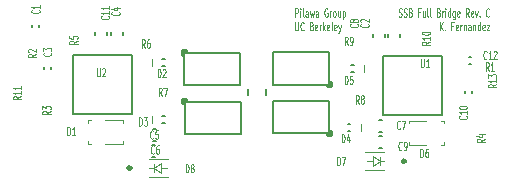
<source format=gbr>
G04 #@! TF.GenerationSoftware,KiCad,Pcbnew,(5.0.0)*
G04 #@! TF.CreationDate,2019-10-07T11:46:54-07:00*
G04 #@! TF.ProjectId,Buffer - Rev C,427566666572202D2052657620432E6B,rev?*
G04 #@! TF.SameCoordinates,Original*
G04 #@! TF.FileFunction,Legend,Top*
G04 #@! TF.FilePolarity,Positive*
%FSLAX46Y46*%
G04 Gerber Fmt 4.6, Leading zero omitted, Abs format (unit mm)*
G04 Created by KiCad (PCBNEW (5.0.0)) date 10/07/19 11:46:54*
%MOMM*%
%LPD*%
G01*
G04 APERTURE LIST*
%ADD10C,0.111125*%
%ADD11C,0.150000*%
%ADD12C,0.120000*%
%ADD13C,0.100000*%
%ADD14C,0.300000*%
G04 APERTURE END LIST*
D10*
X23546064Y14263448D02*
X23546064Y14961948D01*
X23715397Y14961948D01*
X23757731Y14928687D01*
X23778897Y14895425D01*
X23800064Y14828901D01*
X23800064Y14729115D01*
X23778897Y14662591D01*
X23757731Y14629329D01*
X23715397Y14596067D01*
X23546064Y14596067D01*
X23990564Y14263448D02*
X23990564Y14729115D01*
X23990564Y14961948D02*
X23969397Y14928687D01*
X23990564Y14895425D01*
X24011731Y14928687D01*
X23990564Y14961948D01*
X23990564Y14895425D01*
X24265731Y14263448D02*
X24223397Y14296710D01*
X24202231Y14363234D01*
X24202231Y14961948D01*
X24625564Y14263448D02*
X24625564Y14629329D01*
X24604397Y14695853D01*
X24562064Y14729115D01*
X24477397Y14729115D01*
X24435064Y14695853D01*
X24625564Y14296710D02*
X24583231Y14263448D01*
X24477397Y14263448D01*
X24435064Y14296710D01*
X24413897Y14363234D01*
X24413897Y14429758D01*
X24435064Y14496282D01*
X24477397Y14529544D01*
X24583231Y14529544D01*
X24625564Y14562806D01*
X24794897Y14729115D02*
X24879564Y14263448D01*
X24964231Y14596067D01*
X25048897Y14263448D01*
X25133564Y14729115D01*
X25493397Y14263448D02*
X25493397Y14629329D01*
X25472231Y14695853D01*
X25429897Y14729115D01*
X25345231Y14729115D01*
X25302897Y14695853D01*
X25493397Y14296710D02*
X25451064Y14263448D01*
X25345231Y14263448D01*
X25302897Y14296710D01*
X25281731Y14363234D01*
X25281731Y14429758D01*
X25302897Y14496282D01*
X25345231Y14529544D01*
X25451064Y14529544D01*
X25493397Y14562806D01*
X26276564Y14928687D02*
X26234231Y14961948D01*
X26170731Y14961948D01*
X26107231Y14928687D01*
X26064897Y14862163D01*
X26043731Y14795639D01*
X26022564Y14662591D01*
X26022564Y14562806D01*
X26043731Y14429758D01*
X26064897Y14363234D01*
X26107231Y14296710D01*
X26170731Y14263448D01*
X26213064Y14263448D01*
X26276564Y14296710D01*
X26297731Y14329972D01*
X26297731Y14562806D01*
X26213064Y14562806D01*
X26488231Y14263448D02*
X26488231Y14729115D01*
X26488231Y14596067D02*
X26509397Y14662591D01*
X26530564Y14695853D01*
X26572897Y14729115D01*
X26615231Y14729115D01*
X26826897Y14263448D02*
X26784564Y14296710D01*
X26763397Y14329972D01*
X26742231Y14396496D01*
X26742231Y14596067D01*
X26763397Y14662591D01*
X26784564Y14695853D01*
X26826897Y14729115D01*
X26890397Y14729115D01*
X26932731Y14695853D01*
X26953897Y14662591D01*
X26975064Y14596067D01*
X26975064Y14396496D01*
X26953897Y14329972D01*
X26932731Y14296710D01*
X26890397Y14263448D01*
X26826897Y14263448D01*
X27356064Y14729115D02*
X27356064Y14263448D01*
X27165564Y14729115D02*
X27165564Y14363234D01*
X27186731Y14296710D01*
X27229064Y14263448D01*
X27292564Y14263448D01*
X27334897Y14296710D01*
X27356064Y14329972D01*
X27567731Y14729115D02*
X27567731Y14030615D01*
X27567731Y14695853D02*
X27610064Y14729115D01*
X27694731Y14729115D01*
X27737064Y14695853D01*
X27758231Y14662591D01*
X27779397Y14596067D01*
X27779397Y14396496D01*
X27758231Y14329972D01*
X27737064Y14296710D01*
X27694731Y14263448D01*
X27610064Y14263448D01*
X27567731Y14296710D01*
X23546064Y13803073D02*
X23546064Y13237621D01*
X23567231Y13171097D01*
X23588397Y13137835D01*
X23630731Y13104573D01*
X23715397Y13104573D01*
X23757731Y13137835D01*
X23778897Y13171097D01*
X23800064Y13237621D01*
X23800064Y13803073D01*
X24265731Y13171097D02*
X24244564Y13137835D01*
X24181064Y13104573D01*
X24138731Y13104573D01*
X24075231Y13137835D01*
X24032897Y13204359D01*
X24011731Y13270883D01*
X23990564Y13403931D01*
X23990564Y13503716D01*
X24011731Y13636764D01*
X24032897Y13703288D01*
X24075231Y13769812D01*
X24138731Y13803073D01*
X24181064Y13803073D01*
X24244564Y13769812D01*
X24265731Y13736550D01*
X24943064Y13470454D02*
X25006564Y13437192D01*
X25027731Y13403931D01*
X25048897Y13337407D01*
X25048897Y13237621D01*
X25027731Y13171097D01*
X25006564Y13137835D01*
X24964231Y13104573D01*
X24794897Y13104573D01*
X24794897Y13803073D01*
X24943064Y13803073D01*
X24985397Y13769812D01*
X25006564Y13736550D01*
X25027731Y13670026D01*
X25027731Y13603502D01*
X25006564Y13536978D01*
X24985397Y13503716D01*
X24943064Y13470454D01*
X24794897Y13470454D01*
X25408731Y13137835D02*
X25366397Y13104573D01*
X25281731Y13104573D01*
X25239397Y13137835D01*
X25218231Y13204359D01*
X25218231Y13470454D01*
X25239397Y13536978D01*
X25281731Y13570240D01*
X25366397Y13570240D01*
X25408731Y13536978D01*
X25429897Y13470454D01*
X25429897Y13403931D01*
X25218231Y13337407D01*
X25620397Y13104573D02*
X25620397Y13570240D01*
X25620397Y13437192D02*
X25641564Y13503716D01*
X25662731Y13536978D01*
X25705064Y13570240D01*
X25747397Y13570240D01*
X25895564Y13104573D02*
X25895564Y13803073D01*
X25937897Y13370669D02*
X26064897Y13104573D01*
X26064897Y13570240D02*
X25895564Y13304145D01*
X26424731Y13137835D02*
X26382397Y13104573D01*
X26297731Y13104573D01*
X26255397Y13137835D01*
X26234231Y13204359D01*
X26234231Y13470454D01*
X26255397Y13536978D01*
X26297731Y13570240D01*
X26382397Y13570240D01*
X26424731Y13536978D01*
X26445897Y13470454D01*
X26445897Y13403931D01*
X26234231Y13337407D01*
X26699897Y13104573D02*
X26657564Y13137835D01*
X26636397Y13204359D01*
X26636397Y13803073D01*
X27038564Y13137835D02*
X26996231Y13104573D01*
X26911564Y13104573D01*
X26869231Y13137835D01*
X26848064Y13204359D01*
X26848064Y13470454D01*
X26869231Y13536978D01*
X26911564Y13570240D01*
X26996231Y13570240D01*
X27038564Y13536978D01*
X27059731Y13470454D01*
X27059731Y13403931D01*
X26848064Y13337407D01*
X27207897Y13570240D02*
X27313731Y13104573D01*
X27419564Y13570240D02*
X27313731Y13104573D01*
X27271397Y12938264D01*
X27250231Y12905002D01*
X27207897Y12871740D01*
X32312768Y14296710D02*
X32376268Y14263448D01*
X32482102Y14263448D01*
X32524435Y14296710D01*
X32545602Y14329972D01*
X32566768Y14396496D01*
X32566768Y14463020D01*
X32545602Y14529544D01*
X32524435Y14562806D01*
X32482102Y14596067D01*
X32397435Y14629329D01*
X32355102Y14662591D01*
X32333935Y14695853D01*
X32312768Y14762377D01*
X32312768Y14828901D01*
X32333935Y14895425D01*
X32355102Y14928687D01*
X32397435Y14961948D01*
X32503268Y14961948D01*
X32566768Y14928687D01*
X32736102Y14296710D02*
X32799602Y14263448D01*
X32905435Y14263448D01*
X32947768Y14296710D01*
X32968935Y14329972D01*
X32990102Y14396496D01*
X32990102Y14463020D01*
X32968935Y14529544D01*
X32947768Y14562806D01*
X32905435Y14596067D01*
X32820768Y14629329D01*
X32778435Y14662591D01*
X32757268Y14695853D01*
X32736102Y14762377D01*
X32736102Y14828901D01*
X32757268Y14895425D01*
X32778435Y14928687D01*
X32820768Y14961948D01*
X32926602Y14961948D01*
X32990102Y14928687D01*
X33328768Y14629329D02*
X33392268Y14596067D01*
X33413435Y14562806D01*
X33434602Y14496282D01*
X33434602Y14396496D01*
X33413435Y14329972D01*
X33392268Y14296710D01*
X33349935Y14263448D01*
X33180602Y14263448D01*
X33180602Y14961948D01*
X33328768Y14961948D01*
X33371102Y14928687D01*
X33392268Y14895425D01*
X33413435Y14828901D01*
X33413435Y14762377D01*
X33392268Y14695853D01*
X33371102Y14662591D01*
X33328768Y14629329D01*
X33180602Y14629329D01*
X34111935Y14629329D02*
X33963768Y14629329D01*
X33963768Y14263448D02*
X33963768Y14961948D01*
X34175435Y14961948D01*
X34535268Y14729115D02*
X34535268Y14263448D01*
X34344768Y14729115D02*
X34344768Y14363234D01*
X34365935Y14296710D01*
X34408268Y14263448D01*
X34471768Y14263448D01*
X34514102Y14296710D01*
X34535268Y14329972D01*
X34810435Y14263448D02*
X34768102Y14296710D01*
X34746935Y14363234D01*
X34746935Y14961948D01*
X35043268Y14263448D02*
X35000935Y14296710D01*
X34979768Y14363234D01*
X34979768Y14961948D01*
X35699435Y14629329D02*
X35762935Y14596067D01*
X35784102Y14562806D01*
X35805268Y14496282D01*
X35805268Y14396496D01*
X35784102Y14329972D01*
X35762935Y14296710D01*
X35720602Y14263448D01*
X35551268Y14263448D01*
X35551268Y14961948D01*
X35699435Y14961948D01*
X35741768Y14928687D01*
X35762935Y14895425D01*
X35784102Y14828901D01*
X35784102Y14762377D01*
X35762935Y14695853D01*
X35741768Y14662591D01*
X35699435Y14629329D01*
X35551268Y14629329D01*
X35995768Y14263448D02*
X35995768Y14729115D01*
X35995768Y14596067D02*
X36016935Y14662591D01*
X36038102Y14695853D01*
X36080435Y14729115D01*
X36122768Y14729115D01*
X36270935Y14263448D02*
X36270935Y14729115D01*
X36270935Y14961948D02*
X36249768Y14928687D01*
X36270935Y14895425D01*
X36292102Y14928687D01*
X36270935Y14961948D01*
X36270935Y14895425D01*
X36673102Y14263448D02*
X36673102Y14961948D01*
X36673102Y14296710D02*
X36630768Y14263448D01*
X36546102Y14263448D01*
X36503768Y14296710D01*
X36482602Y14329972D01*
X36461435Y14396496D01*
X36461435Y14596067D01*
X36482602Y14662591D01*
X36503768Y14695853D01*
X36546102Y14729115D01*
X36630768Y14729115D01*
X36673102Y14695853D01*
X37075268Y14729115D02*
X37075268Y14163663D01*
X37054102Y14097139D01*
X37032935Y14063877D01*
X36990602Y14030615D01*
X36927102Y14030615D01*
X36884768Y14063877D01*
X37075268Y14296710D02*
X37032935Y14263448D01*
X36948268Y14263448D01*
X36905935Y14296710D01*
X36884768Y14329972D01*
X36863602Y14396496D01*
X36863602Y14596067D01*
X36884768Y14662591D01*
X36905935Y14695853D01*
X36948268Y14729115D01*
X37032935Y14729115D01*
X37075268Y14695853D01*
X37456268Y14296710D02*
X37413935Y14263448D01*
X37329268Y14263448D01*
X37286935Y14296710D01*
X37265768Y14363234D01*
X37265768Y14629329D01*
X37286935Y14695853D01*
X37329268Y14729115D01*
X37413935Y14729115D01*
X37456268Y14695853D01*
X37477435Y14629329D01*
X37477435Y14562806D01*
X37265768Y14496282D01*
X38260602Y14263448D02*
X38112435Y14596067D01*
X38006602Y14263448D02*
X38006602Y14961948D01*
X38175935Y14961948D01*
X38218268Y14928687D01*
X38239435Y14895425D01*
X38260602Y14828901D01*
X38260602Y14729115D01*
X38239435Y14662591D01*
X38218268Y14629329D01*
X38175935Y14596067D01*
X38006602Y14596067D01*
X38620435Y14296710D02*
X38578102Y14263448D01*
X38493435Y14263448D01*
X38451102Y14296710D01*
X38429935Y14363234D01*
X38429935Y14629329D01*
X38451102Y14695853D01*
X38493435Y14729115D01*
X38578102Y14729115D01*
X38620435Y14695853D01*
X38641602Y14629329D01*
X38641602Y14562806D01*
X38429935Y14496282D01*
X38789768Y14729115D02*
X38895602Y14263448D01*
X39001435Y14729115D01*
X39170768Y14329972D02*
X39191935Y14296710D01*
X39170768Y14263448D01*
X39149602Y14296710D01*
X39170768Y14329972D01*
X39170768Y14263448D01*
X39975102Y14329972D02*
X39953935Y14296710D01*
X39890435Y14263448D01*
X39848102Y14263448D01*
X39784602Y14296710D01*
X39742268Y14363234D01*
X39721102Y14429758D01*
X39699935Y14562806D01*
X39699935Y14662591D01*
X39721102Y14795639D01*
X39742268Y14862163D01*
X39784602Y14928687D01*
X39848102Y14961948D01*
X39890435Y14961948D01*
X39953935Y14928687D01*
X39975102Y14895425D01*
X35784102Y13104573D02*
X35784102Y13803073D01*
X36038102Y13104573D02*
X35847602Y13503716D01*
X36038102Y13803073D02*
X35784102Y13403931D01*
X36228602Y13171097D02*
X36249768Y13137835D01*
X36228602Y13104573D01*
X36207435Y13137835D01*
X36228602Y13171097D01*
X36228602Y13104573D01*
X36927102Y13470454D02*
X36778935Y13470454D01*
X36778935Y13104573D02*
X36778935Y13803073D01*
X36990602Y13803073D01*
X37329268Y13137835D02*
X37286935Y13104573D01*
X37202268Y13104573D01*
X37159935Y13137835D01*
X37138768Y13204359D01*
X37138768Y13470454D01*
X37159935Y13536978D01*
X37202268Y13570240D01*
X37286935Y13570240D01*
X37329268Y13536978D01*
X37350435Y13470454D01*
X37350435Y13403931D01*
X37138768Y13337407D01*
X37540935Y13104573D02*
X37540935Y13570240D01*
X37540935Y13437192D02*
X37562102Y13503716D01*
X37583268Y13536978D01*
X37625602Y13570240D01*
X37667935Y13570240D01*
X37816102Y13570240D02*
X37816102Y13104573D01*
X37816102Y13503716D02*
X37837268Y13536978D01*
X37879602Y13570240D01*
X37943102Y13570240D01*
X37985435Y13536978D01*
X38006602Y13470454D01*
X38006602Y13104573D01*
X38408768Y13104573D02*
X38408768Y13470454D01*
X38387602Y13536978D01*
X38345268Y13570240D01*
X38260602Y13570240D01*
X38218268Y13536978D01*
X38408768Y13137835D02*
X38366435Y13104573D01*
X38260602Y13104573D01*
X38218268Y13137835D01*
X38197102Y13204359D01*
X38197102Y13270883D01*
X38218268Y13337407D01*
X38260602Y13370669D01*
X38366435Y13370669D01*
X38408768Y13403931D01*
X38620435Y13570240D02*
X38620435Y13104573D01*
X38620435Y13503716D02*
X38641602Y13536978D01*
X38683935Y13570240D01*
X38747435Y13570240D01*
X38789768Y13536978D01*
X38810935Y13470454D01*
X38810935Y13104573D01*
X39213102Y13104573D02*
X39213102Y13803073D01*
X39213102Y13137835D02*
X39170768Y13104573D01*
X39086102Y13104573D01*
X39043768Y13137835D01*
X39022602Y13171097D01*
X39001435Y13237621D01*
X39001435Y13437192D01*
X39022602Y13503716D01*
X39043768Y13536978D01*
X39086102Y13570240D01*
X39170768Y13570240D01*
X39213102Y13536978D01*
X39594102Y13137835D02*
X39551768Y13104573D01*
X39467102Y13104573D01*
X39424768Y13137835D01*
X39403602Y13204359D01*
X39403602Y13470454D01*
X39424768Y13536978D01*
X39467102Y13570240D01*
X39551768Y13570240D01*
X39594102Y13536978D01*
X39615268Y13470454D01*
X39615268Y13403931D01*
X39403602Y13337407D01*
X39763435Y13570240D02*
X39996268Y13570240D01*
X39763435Y13104573D01*
X39996268Y13104573D01*
D11*
G04 #@! TO.C,U2*
X9729000Y11000000D02*
X9729000Y6000000D01*
X4729000Y11000000D02*
X4729000Y6000000D01*
X9729000Y11000000D02*
X4729000Y11000000D01*
X9729000Y6000000D02*
X4729000Y6000000D01*
G04 #@! TO.C,C8*
X31201185Y12768941D02*
X31201185Y12514941D01*
X30185185Y12768941D02*
X30185185Y12514941D01*
G04 #@! TO.C,C4*
X9017000Y12954000D02*
X9017000Y12700000D01*
X8001000Y12954000D02*
X8001000Y12700000D01*
G04 #@! TO.C,C2*
X32471185Y12768941D02*
X32471185Y12514941D01*
X31455185Y12768941D02*
X31455185Y12514941D01*
G04 #@! TO.C,C11*
X7620000Y12954000D02*
X7620000Y12700000D01*
X6604000Y12954000D02*
X6604000Y12700000D01*
G04 #@! TO.C,0.47uF1*
X19545300Y7632700D02*
X19545300Y8140700D01*
X21069300Y7632700D02*
X21069300Y8140700D01*
D12*
G04 #@! TO.C,D8*
X11176000Y2222500D02*
X12827000Y2222500D01*
X11176000Y698500D02*
X12827000Y698500D01*
D13*
X11188000Y1460500D02*
X11588000Y1460500D01*
X11588000Y1460500D02*
X11588000Y1810500D01*
X11588000Y1460500D02*
X11588000Y1110500D01*
X11588000Y1460500D02*
X12188000Y1860500D01*
X12188000Y1860500D02*
X12188000Y1060500D01*
X12188000Y1060500D02*
X11588000Y1460500D01*
X12188000Y1460500D02*
X12688000Y1460500D01*
D14*
X9652000Y1460500D02*
G75*
G03X9652000Y1460500I-127000J0D01*
G01*
D12*
G04 #@! TO.C,D7*
X31115000Y1270000D02*
X29464000Y1270000D01*
X31115000Y2794000D02*
X29464000Y2794000D01*
D13*
X31103000Y2032000D02*
X30703000Y2032000D01*
X30703000Y2032000D02*
X30703000Y1682000D01*
X30703000Y2032000D02*
X30703000Y2382000D01*
X30703000Y2032000D02*
X30103000Y1632000D01*
X30103000Y1632000D02*
X30103000Y2432000D01*
X30103000Y2432000D02*
X30703000Y2032000D01*
X30103000Y2032000D02*
X29603000Y2032000D01*
D14*
X32893000Y2032000D02*
G75*
G03X32893000Y2032000I-127000J0D01*
G01*
D11*
G04 #@! TO.C,U1*
X30975300Y5918200D02*
X30975300Y10918200D01*
X35975300Y5918200D02*
X35975300Y10918200D01*
X30975300Y5918200D02*
X35975300Y5918200D01*
X30975300Y10918200D02*
X35975300Y10918200D01*
G04 #@! TO.C,C1*
X1900000Y13600000D02*
X1900000Y13400000D01*
X1300000Y13600000D02*
X1300000Y13400000D01*
G04 #@! TO.C,C3*
X2300000Y10006000D02*
X2300000Y9806000D01*
X2900000Y10006000D02*
X2900000Y9806000D01*
G04 #@! TO.C,C5*
X11482561Y4767246D02*
X11736561Y4767246D01*
X11482561Y3751246D02*
X11736561Y3751246D01*
G04 #@! TO.C,C6*
X11468693Y3429000D02*
X11722693Y3429000D01*
X11468693Y2413000D02*
X11722693Y2413000D01*
G04 #@! TO.C,C7*
X30911800Y4470400D02*
X30657800Y4470400D01*
X30911800Y5486400D02*
X30657800Y5486400D01*
G04 #@! TO.C,C9*
X30911800Y3124200D02*
X30657800Y3124200D01*
X30911800Y4140200D02*
X30657800Y4140200D01*
G04 #@! TO.C,C10*
X37927000Y7774000D02*
X37927000Y7974000D01*
X38527000Y7774000D02*
X38527000Y7974000D01*
G04 #@! TO.C,C12*
X38254000Y10841000D02*
X38454000Y10841000D01*
X38254000Y10241000D02*
X38454000Y10241000D01*
G04 #@! TO.C,D2*
X12300000Y10700000D02*
X12500000Y10700000D01*
X12300000Y10100000D02*
X12500000Y10100000D01*
D12*
X11400000Y10700000D02*
X11400000Y10100000D01*
D11*
G04 #@! TO.C,D3*
X12300000Y5827000D02*
X12500000Y5827000D01*
X12300000Y5227000D02*
X12500000Y5227000D01*
D12*
X11400000Y5827000D02*
X11400000Y5227000D01*
D11*
G04 #@! TO.C,D4*
X28200000Y4600000D02*
X28000000Y4600000D01*
X28200000Y5200000D02*
X28000000Y5200000D01*
D12*
X29100000Y4600000D02*
X29100000Y5200000D01*
D11*
G04 #@! TO.C,D5*
X28500000Y9600000D02*
X28300000Y9600000D01*
X28500000Y10200000D02*
X28300000Y10200000D01*
D12*
X29400000Y9600000D02*
X29400000Y10200000D01*
D11*
G04 #@! TO.C,Q1*
X14186193Y4325042D02*
X14186193Y7075042D01*
X14186193Y7075042D02*
X18936193Y7075042D01*
X18936193Y4325042D02*
X14186193Y4325042D01*
X18936193Y7075042D02*
X18936193Y4325042D01*
X14186193Y6925042D02*
X14186193Y7150042D01*
X14036193Y6925042D02*
X14186193Y6925042D01*
D14*
X14036193Y7225042D02*
X14036193Y6925042D01*
X14336193Y7225042D02*
X14036193Y7225042D01*
D11*
X14336193Y7075042D02*
X14336193Y7225042D01*
X14186193Y7075042D02*
X14336193Y7075042D01*
X14036193Y6850042D02*
X14161193Y6850042D01*
X14411193Y7225042D02*
X14411193Y7100042D01*
G04 #@! TO.C,Q2*
X14173493Y8447342D02*
X14173493Y11197342D01*
X14173493Y11197342D02*
X18923493Y11197342D01*
X18923493Y8447342D02*
X14173493Y8447342D01*
X18923493Y11197342D02*
X18923493Y8447342D01*
X14173493Y11047342D02*
X14173493Y11272342D01*
X14023493Y11047342D02*
X14173493Y11047342D01*
D14*
X14023493Y11347342D02*
X14023493Y11047342D01*
X14323493Y11347342D02*
X14023493Y11347342D01*
D11*
X14323493Y11197342D02*
X14323493Y11347342D01*
X14173493Y11197342D02*
X14323493Y11197342D01*
X14023493Y10972342D02*
X14148493Y10972342D01*
X14398493Y11347342D02*
X14398493Y11222342D01*
G04 #@! TO.C,Q3*
X26454200Y7138542D02*
X26454200Y4388542D01*
X26454200Y4388542D02*
X21704200Y4388542D01*
X21704200Y7138542D02*
X26454200Y7138542D01*
X21704200Y4388542D02*
X21704200Y7138542D01*
X26454200Y4538542D02*
X26454200Y4313542D01*
X26604200Y4538542D02*
X26454200Y4538542D01*
D14*
X26604200Y4238542D02*
X26604200Y4538542D01*
X26304200Y4238542D02*
X26604200Y4238542D01*
D11*
X26304200Y4388542D02*
X26304200Y4238542D01*
X26454200Y4388542D02*
X26304200Y4388542D01*
X26604200Y4613542D02*
X26479200Y4613542D01*
X26229200Y4238542D02*
X26229200Y4363542D01*
G04 #@! TO.C,Q4*
X26442793Y11260842D02*
X26442793Y8510842D01*
X26442793Y8510842D02*
X21692793Y8510842D01*
X21692793Y11260842D02*
X26442793Y11260842D01*
X21692793Y8510842D02*
X21692793Y11260842D01*
X26442793Y8660842D02*
X26442793Y8435842D01*
X26592793Y8660842D02*
X26442793Y8660842D01*
D14*
X26592793Y8360842D02*
X26592793Y8660842D01*
X26292793Y8360842D02*
X26592793Y8360842D01*
D11*
X26292793Y8510842D02*
X26292793Y8360842D01*
X26442793Y8510842D02*
X26292793Y8510842D01*
X26592793Y8735842D02*
X26467793Y8735842D01*
X26217793Y8360842D02*
X26217793Y8485842D01*
D13*
G04 #@! TO.C,D1*
X8693000Y5508500D02*
X7493000Y5508500D01*
X8693000Y3508500D02*
X7493000Y3508500D01*
X8993000Y5308500D02*
X8993000Y5508500D01*
X8993000Y5508500D02*
X8693000Y5508500D01*
X5993000Y5308500D02*
X5993000Y5508500D01*
X5993000Y5508500D02*
X6293000Y5508500D01*
X6293000Y3508500D02*
X5993000Y3508500D01*
X5993000Y3508500D02*
X5993000Y3708500D01*
X8993000Y3708500D02*
X8993000Y3508500D01*
X8993000Y3508500D02*
X8693000Y3508500D01*
G04 #@! TO.C,D6*
X33471000Y3445000D02*
X34671000Y3445000D01*
X33471000Y5445000D02*
X34671000Y5445000D01*
X33171000Y3645000D02*
X33171000Y3445000D01*
X33171000Y3445000D02*
X33471000Y3445000D01*
X36171000Y3645000D02*
X36171000Y3445000D01*
X36171000Y3445000D02*
X35871000Y3445000D01*
X35871000Y5445000D02*
X36171000Y5445000D01*
X36171000Y5445000D02*
X36171000Y5245000D01*
X33171000Y5245000D02*
X33171000Y5445000D01*
X33171000Y5445000D02*
X33471000Y5445000D01*
G04 #@! TO.C,U2*
D10*
X6773333Y9907511D02*
X6773333Y9342059D01*
X6794500Y9275535D01*
X6815666Y9242273D01*
X6858000Y9209011D01*
X6942666Y9209011D01*
X6985000Y9242273D01*
X7006166Y9275535D01*
X7027333Y9342059D01*
X7027333Y9907511D01*
X7217833Y9840988D02*
X7239000Y9874250D01*
X7281333Y9907511D01*
X7387166Y9907511D01*
X7429500Y9874250D01*
X7450666Y9840988D01*
X7471833Y9774464D01*
X7471833Y9707940D01*
X7450666Y9608154D01*
X7196666Y9209011D01*
X7471833Y9209011D01*
G04 #@! TO.C,C8*
X28824464Y13641916D02*
X28857726Y13620750D01*
X28890988Y13557250D01*
X28890988Y13514916D01*
X28857726Y13451416D01*
X28791202Y13409083D01*
X28724678Y13387916D01*
X28591630Y13366750D01*
X28491845Y13366750D01*
X28358797Y13387916D01*
X28292273Y13409083D01*
X28225750Y13451416D01*
X28192488Y13514916D01*
X28192488Y13557250D01*
X28225750Y13620750D01*
X28259011Y13641916D01*
X28491845Y13895916D02*
X28458583Y13853583D01*
X28425321Y13832416D01*
X28358797Y13811250D01*
X28325535Y13811250D01*
X28259011Y13832416D01*
X28225750Y13853583D01*
X28192488Y13895916D01*
X28192488Y13980583D01*
X28225750Y14022916D01*
X28259011Y14044083D01*
X28325535Y14065250D01*
X28358797Y14065250D01*
X28425321Y14044083D01*
X28458583Y14022916D01*
X28491845Y13980583D01*
X28491845Y13895916D01*
X28525107Y13853583D01*
X28558369Y13832416D01*
X28624892Y13811250D01*
X28757940Y13811250D01*
X28824464Y13832416D01*
X28857726Y13853583D01*
X28890988Y13895916D01*
X28890988Y13980583D01*
X28857726Y14022916D01*
X28824464Y14044083D01*
X28757940Y14065250D01*
X28624892Y14065250D01*
X28558369Y14044083D01*
X28525107Y14022916D01*
X28491845Y13980583D01*
G04 #@! TO.C,C4*
X8631464Y14657916D02*
X8664726Y14636750D01*
X8697988Y14573250D01*
X8697988Y14530916D01*
X8664726Y14467416D01*
X8598202Y14425083D01*
X8531678Y14403916D01*
X8398630Y14382750D01*
X8298845Y14382750D01*
X8165797Y14403916D01*
X8099273Y14425083D01*
X8032750Y14467416D01*
X7999488Y14530916D01*
X7999488Y14573250D01*
X8032750Y14636750D01*
X8066011Y14657916D01*
X8232321Y15038916D02*
X8697988Y15038916D01*
X7966226Y14933083D02*
X8465154Y14827250D01*
X8465154Y15102416D01*
G04 #@! TO.C,C2*
X29713464Y13641916D02*
X29746726Y13620750D01*
X29779988Y13557250D01*
X29779988Y13514916D01*
X29746726Y13451416D01*
X29680202Y13409083D01*
X29613678Y13387916D01*
X29480630Y13366750D01*
X29380845Y13366750D01*
X29247797Y13387916D01*
X29181273Y13409083D01*
X29114750Y13451416D01*
X29081488Y13514916D01*
X29081488Y13557250D01*
X29114750Y13620750D01*
X29148011Y13641916D01*
X29148011Y13811250D02*
X29114750Y13832416D01*
X29081488Y13874750D01*
X29081488Y13980583D01*
X29114750Y14022916D01*
X29148011Y14044083D01*
X29214535Y14065250D01*
X29281059Y14065250D01*
X29380845Y14044083D01*
X29779988Y13790083D01*
X29779988Y14065250D01*
G04 #@! TO.C,C11*
X7742464Y14319250D02*
X7775726Y14298083D01*
X7808988Y14234583D01*
X7808988Y14192250D01*
X7775726Y14128750D01*
X7709202Y14086416D01*
X7642678Y14065250D01*
X7509630Y14044083D01*
X7409845Y14044083D01*
X7276797Y14065250D01*
X7210273Y14086416D01*
X7143750Y14128750D01*
X7110488Y14192250D01*
X7110488Y14234583D01*
X7143750Y14298083D01*
X7177011Y14319250D01*
X7808988Y14742583D02*
X7808988Y14488583D01*
X7808988Y14615583D02*
X7110488Y14615583D01*
X7210273Y14573250D01*
X7276797Y14530916D01*
X7310059Y14488583D01*
X7808988Y15165916D02*
X7808988Y14911916D01*
X7808988Y15038916D02*
X7110488Y15038916D01*
X7210273Y14996583D01*
X7276797Y14954250D01*
X7310059Y14911916D01*
G04 #@! TO.C,R11*
X345988Y7514250D02*
X13369Y7366083D01*
X345988Y7260250D02*
X-352511Y7260250D01*
X-352511Y7429583D01*
X-319250Y7471916D01*
X-285988Y7493083D01*
X-219464Y7514250D01*
X-119678Y7514250D01*
X-53154Y7493083D01*
X-19892Y7471916D01*
X13369Y7429583D01*
X13369Y7260250D01*
X345988Y7937583D02*
X345988Y7683583D01*
X345988Y7810583D02*
X-352511Y7810583D01*
X-252726Y7768250D01*
X-186202Y7725916D01*
X-152940Y7683583D01*
X345988Y8360916D02*
X345988Y8106916D01*
X345988Y8233916D02*
X-352511Y8233916D01*
X-252726Y8191583D01*
X-186202Y8149250D01*
X-152940Y8106916D01*
G04 #@! TO.C,R4*
X39609788Y3913716D02*
X39277169Y3765550D01*
X39609788Y3659716D02*
X38911288Y3659716D01*
X38911288Y3829050D01*
X38944550Y3871383D01*
X38977811Y3892550D01*
X39044335Y3913716D01*
X39144121Y3913716D01*
X39210645Y3892550D01*
X39243907Y3871383D01*
X39277169Y3829050D01*
X39277169Y3659716D01*
X39144121Y4294716D02*
X39609788Y4294716D01*
X38878026Y4188883D02*
X39376954Y4083050D01*
X39376954Y4358216D01*
G04 #@! TO.C,D8*
X14276916Y1081011D02*
X14276916Y1779511D01*
X14382750Y1779511D01*
X14446250Y1746250D01*
X14488583Y1679726D01*
X14509750Y1613202D01*
X14530916Y1480154D01*
X14530916Y1380369D01*
X14509750Y1247321D01*
X14488583Y1180797D01*
X14446250Y1114273D01*
X14382750Y1081011D01*
X14276916Y1081011D01*
X14784916Y1480154D02*
X14742583Y1513416D01*
X14721416Y1546678D01*
X14700250Y1613202D01*
X14700250Y1646464D01*
X14721416Y1712988D01*
X14742583Y1746250D01*
X14784916Y1779511D01*
X14869583Y1779511D01*
X14911916Y1746250D01*
X14933083Y1712988D01*
X14954250Y1646464D01*
X14954250Y1613202D01*
X14933083Y1546678D01*
X14911916Y1513416D01*
X14869583Y1480154D01*
X14784916Y1480154D01*
X14742583Y1446892D01*
X14721416Y1413630D01*
X14700250Y1347107D01*
X14700250Y1214059D01*
X14721416Y1147535D01*
X14742583Y1114273D01*
X14784916Y1081011D01*
X14869583Y1081011D01*
X14911916Y1114273D01*
X14933083Y1147535D01*
X14954250Y1214059D01*
X14954250Y1347107D01*
X14933083Y1413630D01*
X14911916Y1446892D01*
X14869583Y1480154D01*
G04 #@! TO.C,D7*
X27103916Y1716011D02*
X27103916Y2414511D01*
X27209750Y2414511D01*
X27273250Y2381250D01*
X27315583Y2314726D01*
X27336750Y2248202D01*
X27357916Y2115154D01*
X27357916Y2015369D01*
X27336750Y1882321D01*
X27315583Y1815797D01*
X27273250Y1749273D01*
X27209750Y1716011D01*
X27103916Y1716011D01*
X27506083Y2414511D02*
X27802416Y2414511D01*
X27611916Y1716011D01*
G04 #@! TO.C,U1*
X34205333Y10694911D02*
X34205333Y10129459D01*
X34226500Y10062935D01*
X34247666Y10029673D01*
X34290000Y9996411D01*
X34374666Y9996411D01*
X34417000Y10029673D01*
X34438166Y10062935D01*
X34459333Y10129459D01*
X34459333Y10694911D01*
X34903833Y9996411D02*
X34649833Y9996411D01*
X34776833Y9996411D02*
X34776833Y10694911D01*
X34734500Y10595126D01*
X34692166Y10528602D01*
X34649833Y10495340D01*
G04 #@! TO.C,C1*
X1849464Y14822916D02*
X1882726Y14801750D01*
X1915988Y14738250D01*
X1915988Y14695916D01*
X1882726Y14632416D01*
X1816202Y14590083D01*
X1749678Y14568916D01*
X1616630Y14547750D01*
X1516845Y14547750D01*
X1383797Y14568916D01*
X1317273Y14590083D01*
X1250750Y14632416D01*
X1217488Y14695916D01*
X1217488Y14738250D01*
X1250750Y14801750D01*
X1284011Y14822916D01*
X1915988Y15246250D02*
X1915988Y14992250D01*
X1915988Y15119250D02*
X1217488Y15119250D01*
X1317273Y15076916D01*
X1383797Y15034583D01*
X1417059Y14992250D01*
G04 #@! TO.C,C3*
X2849464Y11228916D02*
X2882726Y11207750D01*
X2915988Y11144250D01*
X2915988Y11101916D01*
X2882726Y11038416D01*
X2816202Y10996083D01*
X2749678Y10974916D01*
X2616630Y10953750D01*
X2516845Y10953750D01*
X2383797Y10974916D01*
X2317273Y10996083D01*
X2250750Y11038416D01*
X2217488Y11101916D01*
X2217488Y11144250D01*
X2250750Y11207750D01*
X2284011Y11228916D01*
X2217488Y11377083D02*
X2217488Y11652250D01*
X2483583Y11504083D01*
X2483583Y11567583D01*
X2516845Y11609916D01*
X2550107Y11631083D01*
X2616630Y11652250D01*
X2782940Y11652250D01*
X2849464Y11631083D01*
X2882726Y11609916D01*
X2915988Y11567583D01*
X2915988Y11440583D01*
X2882726Y11398250D01*
X2849464Y11377083D01*
G04 #@! TO.C,C5*
X11546416Y4005035D02*
X11525250Y3971773D01*
X11461750Y3938511D01*
X11419416Y3938511D01*
X11355916Y3971773D01*
X11313583Y4038297D01*
X11292416Y4104821D01*
X11271250Y4237869D01*
X11271250Y4337654D01*
X11292416Y4470702D01*
X11313583Y4537226D01*
X11355916Y4603750D01*
X11419416Y4637011D01*
X11461750Y4637011D01*
X11525250Y4603750D01*
X11546416Y4570488D01*
X11948583Y4637011D02*
X11736916Y4637011D01*
X11715750Y4304392D01*
X11736916Y4337654D01*
X11779250Y4370916D01*
X11885083Y4370916D01*
X11927416Y4337654D01*
X11948583Y4304392D01*
X11969750Y4237869D01*
X11969750Y4071559D01*
X11948583Y4005035D01*
X11927416Y3971773D01*
X11885083Y3938511D01*
X11779250Y3938511D01*
X11736916Y3971773D01*
X11715750Y4005035D01*
G04 #@! TO.C,C6*
X11609916Y2735035D02*
X11588750Y2701773D01*
X11525250Y2668511D01*
X11482916Y2668511D01*
X11419416Y2701773D01*
X11377083Y2768297D01*
X11355916Y2834821D01*
X11334750Y2967869D01*
X11334750Y3067654D01*
X11355916Y3200702D01*
X11377083Y3267226D01*
X11419416Y3333750D01*
X11482916Y3367011D01*
X11525250Y3367011D01*
X11588750Y3333750D01*
X11609916Y3300488D01*
X11990916Y3367011D02*
X11906250Y3367011D01*
X11863916Y3333750D01*
X11842750Y3300488D01*
X11800416Y3200702D01*
X11779250Y3067654D01*
X11779250Y2801559D01*
X11800416Y2735035D01*
X11821583Y2701773D01*
X11863916Y2668511D01*
X11948583Y2668511D01*
X11990916Y2701773D01*
X12012083Y2735035D01*
X12033250Y2801559D01*
X12033250Y2967869D01*
X12012083Y3034392D01*
X11990916Y3067654D01*
X11948583Y3100916D01*
X11863916Y3100916D01*
X11821583Y3067654D01*
X11800416Y3034392D01*
X11779250Y2967869D01*
G04 #@! TO.C,C7*
X32437916Y4830535D02*
X32416750Y4797273D01*
X32353250Y4764011D01*
X32310916Y4764011D01*
X32247416Y4797273D01*
X32205083Y4863797D01*
X32183916Y4930321D01*
X32162750Y5063369D01*
X32162750Y5163154D01*
X32183916Y5296202D01*
X32205083Y5362726D01*
X32247416Y5429250D01*
X32310916Y5462511D01*
X32353250Y5462511D01*
X32416750Y5429250D01*
X32437916Y5395988D01*
X32586083Y5462511D02*
X32882416Y5462511D01*
X32691916Y4764011D01*
G04 #@! TO.C,C9*
X32564916Y3052535D02*
X32543750Y3019273D01*
X32480250Y2986011D01*
X32437916Y2986011D01*
X32374416Y3019273D01*
X32332083Y3085797D01*
X32310916Y3152321D01*
X32289750Y3285369D01*
X32289750Y3385154D01*
X32310916Y3518202D01*
X32332083Y3584726D01*
X32374416Y3651250D01*
X32437916Y3684511D01*
X32480250Y3684511D01*
X32543750Y3651250D01*
X32564916Y3617988D01*
X32776583Y2986011D02*
X32861250Y2986011D01*
X32903583Y3019273D01*
X32924750Y3052535D01*
X32967083Y3152321D01*
X32988250Y3285369D01*
X32988250Y3551464D01*
X32967083Y3617988D01*
X32945916Y3651250D01*
X32903583Y3684511D01*
X32818916Y3684511D01*
X32776583Y3651250D01*
X32755416Y3617988D01*
X32734250Y3551464D01*
X32734250Y3385154D01*
X32755416Y3318630D01*
X32776583Y3285369D01*
X32818916Y3252107D01*
X32903583Y3252107D01*
X32945916Y3285369D01*
X32967083Y3318630D01*
X32988250Y3385154D01*
G04 #@! TO.C,C10*
X38044664Y5861050D02*
X38077926Y5839883D01*
X38111188Y5776383D01*
X38111188Y5734050D01*
X38077926Y5670550D01*
X38011402Y5628216D01*
X37944878Y5607050D01*
X37811830Y5585883D01*
X37712045Y5585883D01*
X37578997Y5607050D01*
X37512473Y5628216D01*
X37445950Y5670550D01*
X37412688Y5734050D01*
X37412688Y5776383D01*
X37445950Y5839883D01*
X37479211Y5861050D01*
X38111188Y6284383D02*
X38111188Y6030383D01*
X38111188Y6157383D02*
X37412688Y6157383D01*
X37512473Y6115050D01*
X37578997Y6072716D01*
X37612259Y6030383D01*
X37412688Y6559550D02*
X37412688Y6601883D01*
X37445950Y6644216D01*
X37479211Y6665383D01*
X37545735Y6686550D01*
X37678783Y6707716D01*
X37845092Y6707716D01*
X37978140Y6686550D01*
X38044664Y6665383D01*
X38077926Y6644216D01*
X38111188Y6601883D01*
X38111188Y6559550D01*
X38077926Y6517216D01*
X38044664Y6496050D01*
X37978140Y6474883D01*
X37845092Y6453716D01*
X37678783Y6453716D01*
X37545735Y6474883D01*
X37479211Y6496050D01*
X37445950Y6517216D01*
X37412688Y6559550D01*
G04 #@! TO.C,C12*
X39770050Y10748735D02*
X39748883Y10715473D01*
X39685383Y10682211D01*
X39643050Y10682211D01*
X39579550Y10715473D01*
X39537216Y10781997D01*
X39516050Y10848521D01*
X39494883Y10981569D01*
X39494883Y11081354D01*
X39516050Y11214402D01*
X39537216Y11280926D01*
X39579550Y11347450D01*
X39643050Y11380711D01*
X39685383Y11380711D01*
X39748883Y11347450D01*
X39770050Y11314188D01*
X40193383Y10682211D02*
X39939383Y10682211D01*
X40066383Y10682211D02*
X40066383Y11380711D01*
X40024050Y11280926D01*
X39981716Y11214402D01*
X39939383Y11181140D01*
X40362716Y11314188D02*
X40383883Y11347450D01*
X40426216Y11380711D01*
X40532050Y11380711D01*
X40574383Y11347450D01*
X40595550Y11314188D01*
X40616716Y11247664D01*
X40616716Y11181140D01*
X40595550Y11081354D01*
X40341550Y10682211D01*
X40616716Y10682211D01*
G04 #@! TO.C,D2*
X11914716Y9132811D02*
X11914716Y9831311D01*
X12020550Y9831311D01*
X12084050Y9798050D01*
X12126383Y9731526D01*
X12147550Y9665002D01*
X12168716Y9531954D01*
X12168716Y9432169D01*
X12147550Y9299121D01*
X12126383Y9232597D01*
X12084050Y9166073D01*
X12020550Y9132811D01*
X11914716Y9132811D01*
X12338050Y9764788D02*
X12359216Y9798050D01*
X12401550Y9831311D01*
X12507383Y9831311D01*
X12549716Y9798050D01*
X12570883Y9764788D01*
X12592050Y9698264D01*
X12592050Y9631740D01*
X12570883Y9531954D01*
X12316883Y9132811D01*
X12592050Y9132811D01*
G04 #@! TO.C,D3*
X10344716Y5045911D02*
X10344716Y5744411D01*
X10450550Y5744411D01*
X10514050Y5711150D01*
X10556383Y5644626D01*
X10577550Y5578102D01*
X10598716Y5445054D01*
X10598716Y5345269D01*
X10577550Y5212221D01*
X10556383Y5145697D01*
X10514050Y5079173D01*
X10450550Y5045911D01*
X10344716Y5045911D01*
X10746883Y5744411D02*
X11022050Y5744411D01*
X10873883Y5478316D01*
X10937383Y5478316D01*
X10979716Y5445054D01*
X11000883Y5411792D01*
X11022050Y5345269D01*
X11022050Y5178959D01*
X11000883Y5112435D01*
X10979716Y5079173D01*
X10937383Y5045911D01*
X10810383Y5045911D01*
X10768050Y5079173D01*
X10746883Y5112435D01*
G04 #@! TO.C,D4*
X27484916Y3621011D02*
X27484916Y4319511D01*
X27590750Y4319511D01*
X27654250Y4286250D01*
X27696583Y4219726D01*
X27717750Y4153202D01*
X27738916Y4020154D01*
X27738916Y3920369D01*
X27717750Y3787321D01*
X27696583Y3720797D01*
X27654250Y3654273D01*
X27590750Y3621011D01*
X27484916Y3621011D01*
X28119916Y4086678D02*
X28119916Y3621011D01*
X28014083Y4352773D02*
X27908250Y3853845D01*
X28183416Y3853845D01*
G04 #@! TO.C,D5*
X27738916Y8574011D02*
X27738916Y9272511D01*
X27844750Y9272511D01*
X27908250Y9239250D01*
X27950583Y9172726D01*
X27971750Y9106202D01*
X27992916Y8973154D01*
X27992916Y8873369D01*
X27971750Y8740321D01*
X27950583Y8673797D01*
X27908250Y8607273D01*
X27844750Y8574011D01*
X27738916Y8574011D01*
X28395083Y9272511D02*
X28183416Y9272511D01*
X28162250Y8939892D01*
X28183416Y8973154D01*
X28225750Y9006416D01*
X28331583Y9006416D01*
X28373916Y8973154D01*
X28395083Y8939892D01*
X28416250Y8873369D01*
X28416250Y8707059D01*
X28395083Y8640535D01*
X28373916Y8607273D01*
X28331583Y8574011D01*
X28225750Y8574011D01*
X28183416Y8607273D01*
X28162250Y8640535D01*
G04 #@! TO.C,R1*
X39956316Y9691611D02*
X39808150Y10024230D01*
X39702316Y9691611D02*
X39702316Y10390111D01*
X39871650Y10390111D01*
X39913983Y10356850D01*
X39935150Y10323588D01*
X39956316Y10257064D01*
X39956316Y10157278D01*
X39935150Y10090754D01*
X39913983Y10057492D01*
X39871650Y10024230D01*
X39702316Y10024230D01*
X40379650Y9691611D02*
X40125650Y9691611D01*
X40252650Y9691611D02*
X40252650Y10390111D01*
X40210316Y10290326D01*
X40167983Y10223802D01*
X40125650Y10190540D01*
G04 #@! TO.C,R2*
X1615988Y11101916D02*
X1283369Y10953750D01*
X1615988Y10847916D02*
X917488Y10847916D01*
X917488Y11017250D01*
X950750Y11059583D01*
X984011Y11080750D01*
X1050535Y11101916D01*
X1150321Y11101916D01*
X1216845Y11080750D01*
X1250107Y11059583D01*
X1283369Y11017250D01*
X1283369Y10847916D01*
X984011Y11271250D02*
X950750Y11292416D01*
X917488Y11334750D01*
X917488Y11440583D01*
X950750Y11482916D01*
X984011Y11504083D01*
X1050535Y11525250D01*
X1117059Y11525250D01*
X1216845Y11504083D01*
X1615988Y11250083D01*
X1615988Y11525250D01*
G04 #@! TO.C,R3*
X2855988Y6275916D02*
X2523369Y6127750D01*
X2855988Y6021916D02*
X2157488Y6021916D01*
X2157488Y6191250D01*
X2190750Y6233583D01*
X2224011Y6254750D01*
X2290535Y6275916D01*
X2390321Y6275916D01*
X2456845Y6254750D01*
X2490107Y6233583D01*
X2523369Y6191250D01*
X2523369Y6021916D01*
X2157488Y6424083D02*
X2157488Y6699250D01*
X2423583Y6551083D01*
X2423583Y6614583D01*
X2456845Y6656916D01*
X2490107Y6678083D01*
X2556630Y6699250D01*
X2722940Y6699250D01*
X2789464Y6678083D01*
X2822726Y6656916D01*
X2855988Y6614583D01*
X2855988Y6487583D01*
X2822726Y6445250D01*
X2789464Y6424083D01*
G04 #@! TO.C,R5*
X5141988Y12244916D02*
X4809369Y12096750D01*
X5141988Y11990916D02*
X4443488Y11990916D01*
X4443488Y12160250D01*
X4476750Y12202583D01*
X4510011Y12223750D01*
X4576535Y12244916D01*
X4676321Y12244916D01*
X4742845Y12223750D01*
X4776107Y12202583D01*
X4809369Y12160250D01*
X4809369Y11990916D01*
X4443488Y12647083D02*
X4443488Y12435416D01*
X4776107Y12414250D01*
X4742845Y12435416D01*
X4709583Y12477750D01*
X4709583Y12583583D01*
X4742845Y12625916D01*
X4776107Y12647083D01*
X4842630Y12668250D01*
X5008940Y12668250D01*
X5075464Y12647083D01*
X5108726Y12625916D01*
X5141988Y12583583D01*
X5141988Y12477750D01*
X5108726Y12435416D01*
X5075464Y12414250D01*
G04 #@! TO.C,R6*
X10822516Y11647411D02*
X10674350Y11980030D01*
X10568516Y11647411D02*
X10568516Y12345911D01*
X10737850Y12345911D01*
X10780183Y12312650D01*
X10801350Y12279388D01*
X10822516Y12212864D01*
X10822516Y12113078D01*
X10801350Y12046554D01*
X10780183Y12013292D01*
X10737850Y11980030D01*
X10568516Y11980030D01*
X11203516Y12345911D02*
X11118850Y12345911D01*
X11076516Y12312650D01*
X11055350Y12279388D01*
X11013016Y12179602D01*
X10991850Y12046554D01*
X10991850Y11780459D01*
X11013016Y11713935D01*
X11034183Y11680673D01*
X11076516Y11647411D01*
X11161183Y11647411D01*
X11203516Y11680673D01*
X11224683Y11713935D01*
X11245850Y11780459D01*
X11245850Y11946769D01*
X11224683Y12013292D01*
X11203516Y12046554D01*
X11161183Y12079816D01*
X11076516Y12079816D01*
X11034183Y12046554D01*
X11013016Y12013292D01*
X10991850Y11946769D01*
G04 #@! TO.C,R7*
X12249716Y7562469D02*
X12101550Y7895088D01*
X11995716Y7562469D02*
X11995716Y8260969D01*
X12165050Y8260969D01*
X12207383Y8227708D01*
X12228550Y8194446D01*
X12249716Y8127922D01*
X12249716Y8028136D01*
X12228550Y7961612D01*
X12207383Y7928350D01*
X12165050Y7895088D01*
X11995716Y7895088D01*
X12397883Y8260969D02*
X12694216Y8260969D01*
X12503716Y7562469D01*
G04 #@! TO.C,R8*
X28958116Y6910069D02*
X28809950Y7242688D01*
X28704116Y6910069D02*
X28704116Y7608569D01*
X28873450Y7608569D01*
X28915783Y7575308D01*
X28936950Y7542046D01*
X28958116Y7475522D01*
X28958116Y7375736D01*
X28936950Y7309212D01*
X28915783Y7275950D01*
X28873450Y7242688D01*
X28704116Y7242688D01*
X29212116Y7309212D02*
X29169783Y7342474D01*
X29148616Y7375736D01*
X29127450Y7442260D01*
X29127450Y7475522D01*
X29148616Y7542046D01*
X29169783Y7575308D01*
X29212116Y7608569D01*
X29296783Y7608569D01*
X29339116Y7575308D01*
X29360283Y7542046D01*
X29381450Y7475522D01*
X29381450Y7442260D01*
X29360283Y7375736D01*
X29339116Y7342474D01*
X29296783Y7309212D01*
X29212116Y7309212D01*
X29169783Y7275950D01*
X29148616Y7242688D01*
X29127450Y7176165D01*
X29127450Y7043117D01*
X29148616Y6976593D01*
X29169783Y6943331D01*
X29212116Y6910069D01*
X29296783Y6910069D01*
X29339116Y6943331D01*
X29360283Y6976593D01*
X29381450Y7043117D01*
X29381450Y7176165D01*
X29360283Y7242688D01*
X29339116Y7275950D01*
X29296783Y7309212D01*
G04 #@! TO.C,R9*
X27992916Y11876011D02*
X27844750Y12208630D01*
X27738916Y11876011D02*
X27738916Y12574511D01*
X27908250Y12574511D01*
X27950583Y12541250D01*
X27971750Y12507988D01*
X27992916Y12441464D01*
X27992916Y12341678D01*
X27971750Y12275154D01*
X27950583Y12241892D01*
X27908250Y12208630D01*
X27738916Y12208630D01*
X28204583Y11876011D02*
X28289250Y11876011D01*
X28331583Y11909273D01*
X28352750Y11942535D01*
X28395083Y12042321D01*
X28416250Y12175369D01*
X28416250Y12441464D01*
X28395083Y12507988D01*
X28373916Y12541250D01*
X28331583Y12574511D01*
X28246916Y12574511D01*
X28204583Y12541250D01*
X28183416Y12507988D01*
X28162250Y12441464D01*
X28162250Y12275154D01*
X28183416Y12208630D01*
X28204583Y12175369D01*
X28246916Y12142107D01*
X28331583Y12142107D01*
X28373916Y12175369D01*
X28395083Y12208630D01*
X28416250Y12275154D01*
G04 #@! TO.C,R10*
X34986988Y12160250D02*
X34654369Y12012083D01*
X34986988Y11906250D02*
X34288488Y11906250D01*
X34288488Y12075583D01*
X34321750Y12117916D01*
X34355011Y12139083D01*
X34421535Y12160250D01*
X34521321Y12160250D01*
X34587845Y12139083D01*
X34621107Y12117916D01*
X34654369Y12075583D01*
X34654369Y11906250D01*
X34986988Y12583583D02*
X34986988Y12329583D01*
X34986988Y12456583D02*
X34288488Y12456583D01*
X34388273Y12414250D01*
X34454797Y12371916D01*
X34488059Y12329583D01*
X34288488Y12858750D02*
X34288488Y12901083D01*
X34321750Y12943416D01*
X34355011Y12964583D01*
X34421535Y12985750D01*
X34554583Y13006916D01*
X34720892Y13006916D01*
X34853940Y12985750D01*
X34920464Y12964583D01*
X34953726Y12943416D01*
X34986988Y12901083D01*
X34986988Y12858750D01*
X34953726Y12816416D01*
X34920464Y12795250D01*
X34853940Y12774083D01*
X34720892Y12752916D01*
X34554583Y12752916D01*
X34421535Y12774083D01*
X34355011Y12795250D01*
X34321750Y12816416D01*
X34288488Y12858750D01*
G04 #@! TO.C,R13*
X40600388Y8528050D02*
X40267769Y8379883D01*
X40600388Y8274050D02*
X39901888Y8274050D01*
X39901888Y8443383D01*
X39935150Y8485716D01*
X39968411Y8506883D01*
X40034935Y8528050D01*
X40134721Y8528050D01*
X40201245Y8506883D01*
X40234507Y8485716D01*
X40267769Y8443383D01*
X40267769Y8274050D01*
X40600388Y8951383D02*
X40600388Y8697383D01*
X40600388Y8824383D02*
X39901888Y8824383D01*
X40001673Y8782050D01*
X40068197Y8739716D01*
X40101459Y8697383D01*
X39901888Y9099550D02*
X39901888Y9374716D01*
X40167983Y9226550D01*
X40167983Y9290050D01*
X40201245Y9332383D01*
X40234507Y9353550D01*
X40301030Y9374716D01*
X40467340Y9374716D01*
X40533864Y9353550D01*
X40567126Y9332383D01*
X40600388Y9290050D01*
X40600388Y9163050D01*
X40567126Y9120716D01*
X40533864Y9099550D01*
G04 #@! TO.C,D1*
X4243916Y4256011D02*
X4243916Y4954511D01*
X4349750Y4954511D01*
X4413250Y4921250D01*
X4455583Y4854726D01*
X4476750Y4788202D01*
X4497916Y4655154D01*
X4497916Y4555369D01*
X4476750Y4422321D01*
X4455583Y4355797D01*
X4413250Y4289273D01*
X4349750Y4256011D01*
X4243916Y4256011D01*
X4921250Y4256011D02*
X4667250Y4256011D01*
X4794250Y4256011D02*
X4794250Y4954511D01*
X4751916Y4854726D01*
X4709583Y4788202D01*
X4667250Y4754940D01*
G04 #@! TO.C,D6*
X34165116Y2376411D02*
X34165116Y3074911D01*
X34270950Y3074911D01*
X34334450Y3041650D01*
X34376783Y2975126D01*
X34397950Y2908602D01*
X34419116Y2775554D01*
X34419116Y2675769D01*
X34397950Y2542721D01*
X34376783Y2476197D01*
X34334450Y2409673D01*
X34270950Y2376411D01*
X34165116Y2376411D01*
X34800116Y3074911D02*
X34715450Y3074911D01*
X34673116Y3041650D01*
X34651950Y3008388D01*
X34609616Y2908602D01*
X34588450Y2775554D01*
X34588450Y2509459D01*
X34609616Y2442935D01*
X34630783Y2409673D01*
X34673116Y2376411D01*
X34757783Y2376411D01*
X34800116Y2409673D01*
X34821283Y2442935D01*
X34842450Y2509459D01*
X34842450Y2675769D01*
X34821283Y2742292D01*
X34800116Y2775554D01*
X34757783Y2808816D01*
X34673116Y2808816D01*
X34630783Y2775554D01*
X34609616Y2742292D01*
X34588450Y2675769D01*
G04 #@! TD*
M02*

</source>
